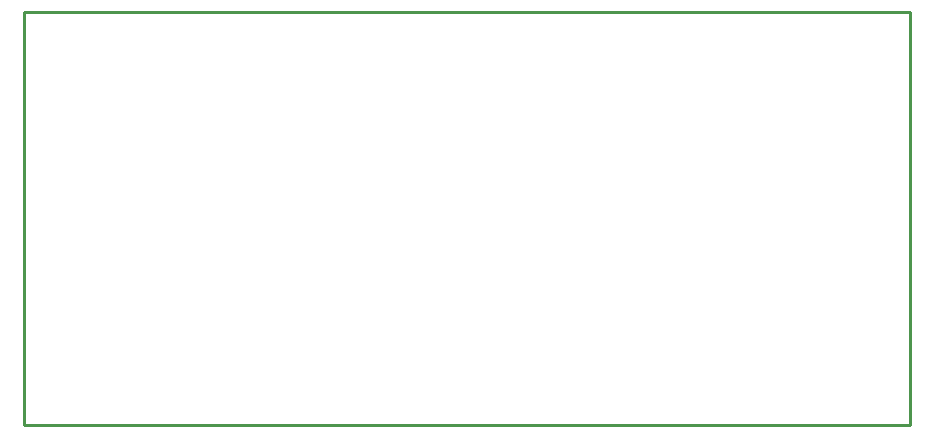
<source format=gbr>
G04 EAGLE Gerber RS-274X export*
G75*
%MOMM*%
%FSLAX34Y34*%
%LPD*%
%IN*%
%IPPOS*%
%AMOC8*
5,1,8,0,0,1.08239X$1,22.5*%
G01*
%ADD10C,0.254000*%


D10*
X0Y0D02*
X750000Y0D01*
X750000Y350000D01*
X0Y350000D01*
X0Y0D01*
M02*

</source>
